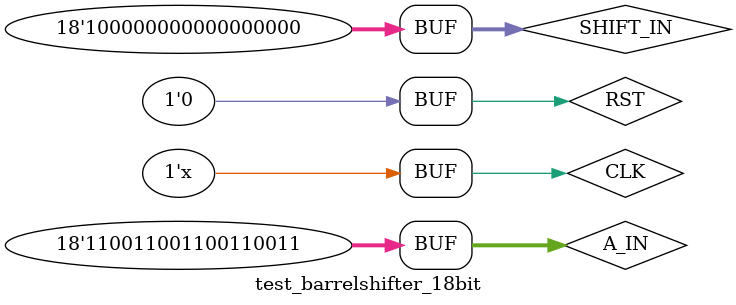
<source format=v>
`timescale 1ns/1ps

module test_barrelshifter_18bit;

parameter CLK_PERIOD = 10;

	
reg           CLK, RST;
reg   [17:0]  A_IN, SHIFT_IN;
wire  [17:0]  SHIFT_OUT;



BARRELSHIFTER_18BIT test(.CLK(CLK), .RST(RST), .A_IN(A_IN), .SHIFT_IN(SHIFT_IN), .SHIFT_OUT(SHIFT_OUT));



initial 
begin
CLK <= 1'b0;
RST <= 1'b1;
#20 RST <= 1'b0;
end

initial 
begin


end


always
#(CLK_PERIOD/2) CLK = ~CLK;

initial
begin

#110 A_IN <= 18'd512; 
#60 A_IN <= 18'd2020;
#60 A_IN <= 18'd10;
#60 A_IN <= 18'b110011001100110011;
#60 A_IN <= 18'b110011001100110011;
end

initial
begin

#110 SHIFT_IN <= 18'b000000000100000000; 
#60 SHIFT_IN <= 18'b010000000000000000;
#60 SHIFT_IN <= 18'b000001000000000000;
#60 SHIFT_IN <= 18'b000000000000001000;
#60 SHIFT_IN <= 18'b100000000000000000;
end




initial 

$monitor ($time, "clk=%b", CLK, " SHIFT_OUT = %h", SHIFT_OUT);
endmodule



</source>
